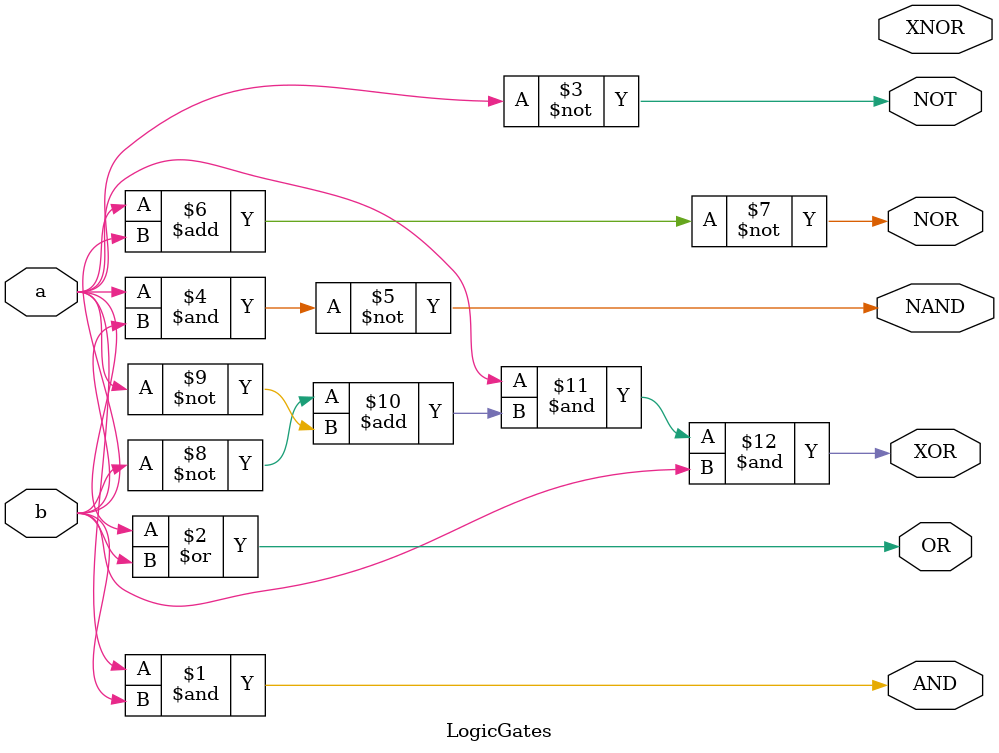
<source format=v>
`timescale 1ns / 1ps


module LogicGates(
    input a,
    input b,
    output AND,
    output OR,
    output NOT,
    output NAND,
    output NOR,
    output XOR,
    output XNOR
    );
    assign AND = a&b;
    assign OR = a|b;
    assign NOT = ~a;
    assign NAND = ~(a&b);
    assign NOR = ~(a+b);
    assign XOR = a&(~b) + (~a)&b;
    always @(a,b)
    begin
     
    end
endmodule

</source>
